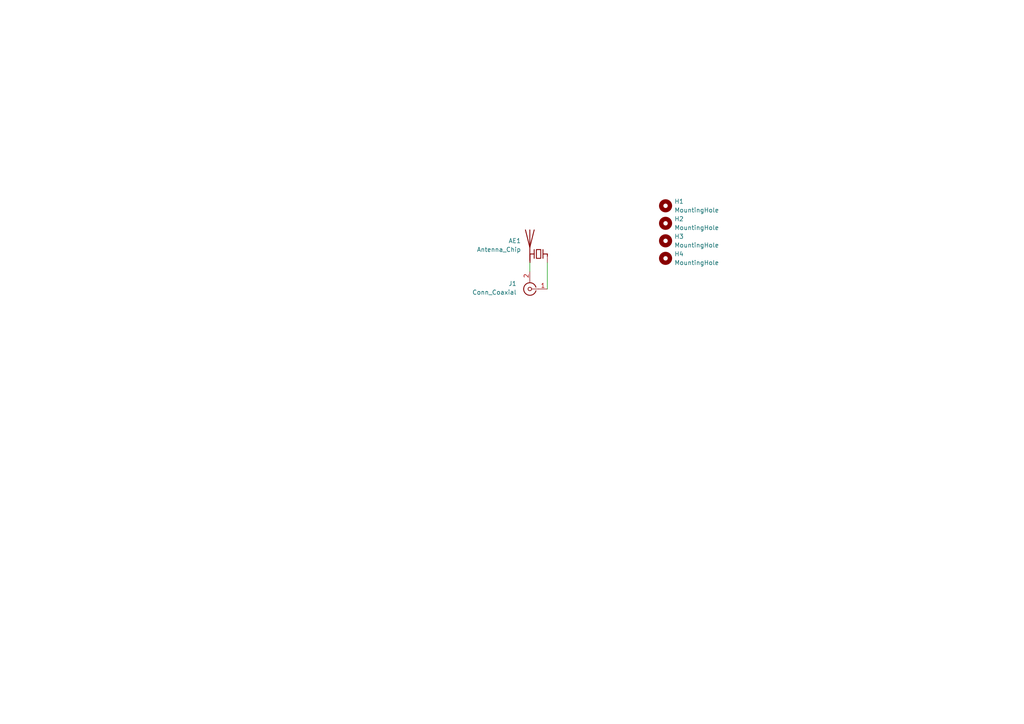
<source format=kicad_sch>
(kicad_sch (version 20231120) (generator "eeschema") (generator_version "8.0")
  (paper "A4")
  (lib_symbols
    (symbol "Connector:Conn_Coaxial" (pin_names (offset 1.016) hide)
      (property "Reference" "J" (at 0.254 3.048 0))
      (property "Value" "Conn_Coaxial" (at 2.921 0 90))
      (symbol "Conn_Coaxial_0_1"
        (arc (start -1.778 -0.508) (mid 0.2311 -1.8066) (end 1.778 0) (stroke (width 0.254)))
        (polyline (pts (xy -2.54 0) (xy -0.508 0)))
        (polyline (pts (xy 0 -2.54) (xy 0 -1.778)))
        (circle (center 0 0) (radius 0.508) (stroke (width 0.2032)))
        (arc (start 1.778 0) (mid 0.2099 1.8101) (end -1.778 0.508) (stroke (width 0.254)))
      )
      (symbol "Conn_Coaxial_1_1"
        (pin passive line (at -5.08 0 0) (length 2.54) (name "In") (number "1"))
        (pin passive line (at 0 -5.08 90) (length 2.54) (name "Ext") (number "2"))
      )
    )
    (symbol "Device:Antenna_Chip" (pin_numbers hide) (pin_names (offset 1.016) hide)
      (property "Reference" "AE1" (at 5.08 3.8101 0))
      (property "Value" "Antenna_Chip" (at 5.08 1.2701 0))
      (symbol "Antenna_Chip_0_1"
        (polyline (pts (xy -2.54 0) (xy -2.54 -0.635)) (stroke (width 0.254)))
        (polyline (pts (xy -2.54 0) (xy -1.27 0)) (stroke (width 0.254)))
        (polyline (pts (xy 1.27 0) (xy 2.54 0)) (stroke (width 0.254)))
        (polyline (pts (xy 1.27 1.27) (xy 1.27 -1.27)) (stroke (width 0.254)))
        (polyline (pts (xy 2.54 -0.635) (xy 2.54 0)))
        (polyline (pts (xy 2.54 6.985) (xy 2.54 -1.905)) (stroke (width 0.254)))
        (polyline (pts (xy -1.27 1.27) (xy -1.27 -1.27) (xy -1.27 0)) (stroke (width 0.254)))
        (polyline (pts (xy 3.81 6.985) (xy 2.54 1.905) (xy 1.27 6.985)) (stroke (width 0.254)))
        (polyline (pts (xy -0.635 1.27) (xy 0.635 1.27) (xy 0.635 -1.27) (xy -0.635 -1.27) (xy -0.635 1.27)) (stroke (width 0.254)))
      )
      (symbol "Antenna_Chip_1_1"
        (pin input line (at -2.54 -2.54 90) (length 2.54) (name "FEED") (number "1"))
        (pin passive line (at 2.54 -2.54 90) (length 2.54) (name "PCB_Trace") (number "2"))
        (pin passive line (at 2.54 -2.54 90) (length 2.54) (name "PCB_Trace") (number "3"))
        (pin passive line (at 2.54 -2.54 90) (length 2.54) (name "PCB_Trace") (number "4"))
        (pin passive line (at 2.54 -2.54 90) (length 2.54) (name "PCB_Trace") (number "5"))
        (pin passive line (at 2.54 -2.54 90) (length 2.54) (name "PCB_Trace") (number "6"))
        (pin passive line (at 2.54 -2.54 90) (length 2.54) (name "PCB_Trace") (number "7"))
        (pin passive line (at 2.54 -2.54 90) (length 2.54) (name "PCB_Trace") (number "8"))
        (pin passive line (at 2.54 -2.54 90) (length 2.54) (name "PCB_Trace") (number "9"))
      )
    )
    (symbol "Mechanical:MountingHole" (pin_names (offset 1.016)) (exclude_from_sim yes) (in_bom no)
      (property "Reference" "H" (at 0 5.08 0))
      (property "Value" "MountingHole" (at 0 3.175 0))
      (symbol "MountingHole_0_1"
        (circle (center 0 0) (radius 1.27) (stroke (width 1.27)))
      )
    )
  )
  (wire (pts (xy 153.67 76.2) (xy 153.67 78.74)))
  (wire (pts (xy 158.75 76.2) (xy 158.75 83.82)))
  (symbol (lib_id "Mechanical:MountingHole") (at 193.04 64.77 0) (unit 1) (exclude_from_sim yes) (in_bom no)
    (property "Reference" "H2" (at 195.58 63.4999 0) (effects (justify left)))
    (property "Value" "MountingHole" (at 195.58 66.0399 0) (effects (justify left)))
    (property "Footprint" "MountingHole:MountingHole_2.7mm_M2.5" (effects (hide yes)))
    (property "Description" "Mounting Hole without connection" (effects (hide yes)))
  )
  (symbol (lib_id "Mechanical:MountingHole") (at 193.04 69.85 0) (unit 1) (exclude_from_sim yes) (in_bom no)
    (property "Reference" "H3" (at 195.58 68.5799 0) (effects (justify left)))
    (property "Value" "MountingHole" (at 195.58 71.1199 0) (effects (justify left)))
    (property "Footprint" "MountingHole:MountingHole_2.7mm_M2.5" (effects (hide yes)))
    (property "Description" "Mounting Hole without connection" (effects (hide yes)))
  )
  (symbol (lib_id "Mechanical:MountingHole") (at 193.04 74.93 0) (unit 1) (exclude_from_sim yes) (in_bom no)
    (property "Reference" "H4" (at 195.58 73.6599 0) (effects (justify left)))
    (property "Value" "MountingHole" (at 195.58 76.1999 0) (effects (justify left)))
    (property "Footprint" "MountingHole:MountingHole_2.7mm_M2.5" (effects (hide yes)))
    (property "Description" "Mounting Hole without connection" (effects (hide yes)))
  )
  (symbol (lib_id "Mechanical:MountingHole") (at 193.04 59.69 0) (unit 1) (exclude_from_sim yes) (in_bom no)
    (property "Reference" "H1" (at 195.58 58.4199 0) (effects (justify left)))
    (property "Value" "MountingHole" (at 195.58 60.9599 0) (effects (justify left)))
    (property "Footprint" "MountingHole:MountingHole_2.7mm_M2.5" (effects (hide yes)))
    (property "Description" "Mounting Hole without connection" (effects (hide yes)))
  )
  (symbol (lib_id "Device:Antenna_Chip") (at 156.21 73.66 0) (mirror y) (unit 1)
    (property "Reference" "AE1" (at 151.13 69.8499 0) (effects (justify left)))
    (property "Value" "Antenna_Chip" (at 151.13 72.3899 0) (effects (justify left)))
    (property "Footprint" "PatchAntennaBreakout:SGGP.12.A" (effects (hide yes)))
    (property "Description" "Ceramic chip antenna with pin for PCB trace" (effects (hide yes)))
  )
  (symbol (lib_id "Connector:Conn_Coaxial") (at 153.67 83.82 180) (unit 1)
    (property "Reference" "J1" (at 149.86 82.2567 0) (effects (justify left)))
    (property "Value" "Conn_Coaxial" (at 149.86 84.7967 0) (effects (justify left)))
    (property "Footprint" "Connector_Coaxial:SMA_Amphenol_132289_EdgeMount" (effects (hide yes)))
    (property "Description" "coaxial connector (BNC, SMA, SMB, SMC, Cinch/RCA, LEMO, ...)" (effects (hide yes)))
  )
)
</source>
